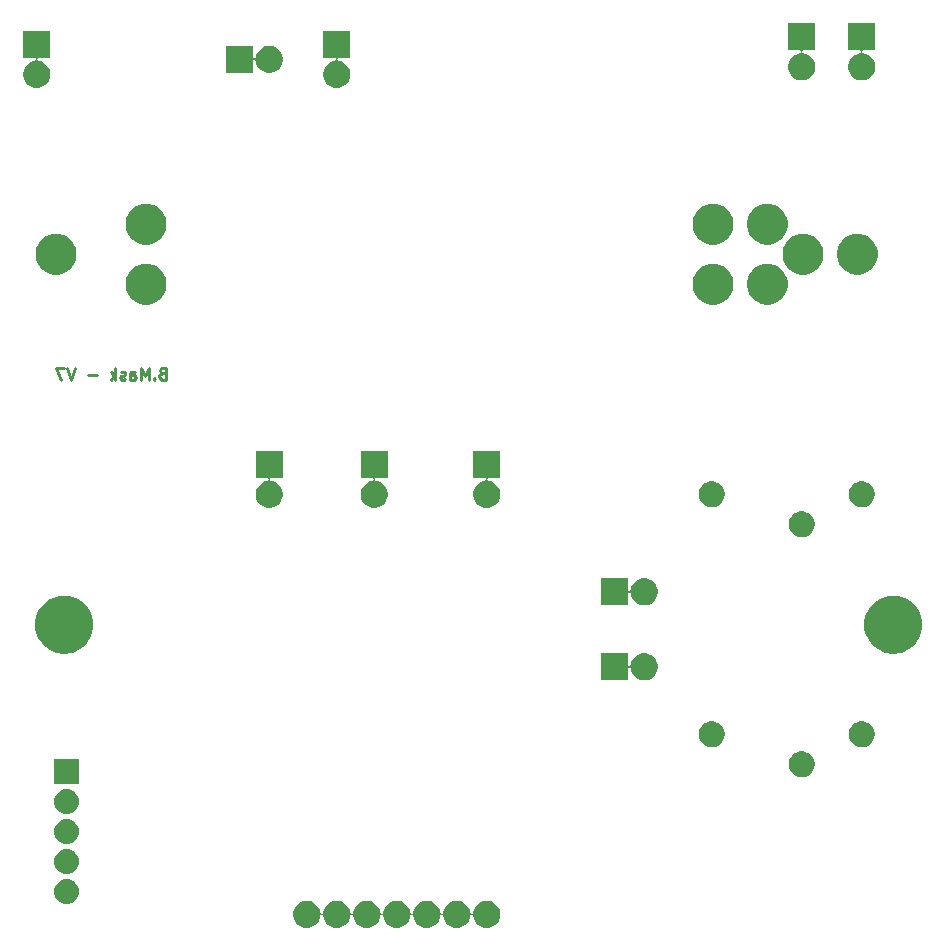
<source format=gbr>
G04 #@! TF.GenerationSoftware,KiCad,Pcbnew,(5.1.0)-1*
G04 #@! TF.CreationDate,2019-08-12T15:22:36+02:00*
G04 #@! TF.ProjectId,LampeSolaire,4c616d70-6553-46f6-9c61-6972652e6b69,7*
G04 #@! TF.SameCoordinates,Original*
G04 #@! TF.FileFunction,Soldermask,Bot*
G04 #@! TF.FilePolarity,Negative*
%FSLAX46Y46*%
G04 Gerber Fmt 4.6, Leading zero omitted, Abs format (unit mm)*
G04 Created by KiCad (PCBNEW (5.1.0)-1) date 2019-08-12 15:22:36*
%MOMM*%
%LPD*%
G04 APERTURE LIST*
%ADD10C,0.250000*%
%ADD11C,0.100000*%
G04 APERTURE END LIST*
D10*
X73215714Y-78718571D02*
X73072857Y-78766190D01*
X73025238Y-78813809D01*
X72977619Y-78909047D01*
X72977619Y-79051904D01*
X73025238Y-79147142D01*
X73072857Y-79194761D01*
X73168095Y-79242380D01*
X73549047Y-79242380D01*
X73549047Y-78242380D01*
X73215714Y-78242380D01*
X73120476Y-78290000D01*
X73072857Y-78337619D01*
X73025238Y-78432857D01*
X73025238Y-78528095D01*
X73072857Y-78623333D01*
X73120476Y-78670952D01*
X73215714Y-78718571D01*
X73549047Y-78718571D01*
X72549047Y-79147142D02*
X72501428Y-79194761D01*
X72549047Y-79242380D01*
X72596666Y-79194761D01*
X72549047Y-79147142D01*
X72549047Y-79242380D01*
X72072857Y-79242380D02*
X72072857Y-78242380D01*
X71739523Y-78956666D01*
X71406190Y-78242380D01*
X71406190Y-79242380D01*
X70501428Y-79242380D02*
X70501428Y-78718571D01*
X70549047Y-78623333D01*
X70644285Y-78575714D01*
X70834761Y-78575714D01*
X70930000Y-78623333D01*
X70501428Y-79194761D02*
X70596666Y-79242380D01*
X70834761Y-79242380D01*
X70930000Y-79194761D01*
X70977619Y-79099523D01*
X70977619Y-79004285D01*
X70930000Y-78909047D01*
X70834761Y-78861428D01*
X70596666Y-78861428D01*
X70501428Y-78813809D01*
X70072857Y-79194761D02*
X69977619Y-79242380D01*
X69787142Y-79242380D01*
X69691904Y-79194761D01*
X69644285Y-79099523D01*
X69644285Y-79051904D01*
X69691904Y-78956666D01*
X69787142Y-78909047D01*
X69930000Y-78909047D01*
X70025238Y-78861428D01*
X70072857Y-78766190D01*
X70072857Y-78718571D01*
X70025238Y-78623333D01*
X69930000Y-78575714D01*
X69787142Y-78575714D01*
X69691904Y-78623333D01*
X69215714Y-79242380D02*
X69215714Y-78242380D01*
X69120476Y-78861428D02*
X68834761Y-79242380D01*
X68834761Y-78575714D02*
X69215714Y-78956666D01*
X67644285Y-78861428D02*
X66882380Y-78861428D01*
X65787142Y-78242380D02*
X65453809Y-79242380D01*
X65120476Y-78242380D01*
X64882380Y-78242380D02*
X64215714Y-78242380D01*
X64644285Y-79242380D01*
D11*
G36*
X85627324Y-123374731D02*
G01*
X85775443Y-123404194D01*
X85948821Y-123476010D01*
X85963929Y-123482268D01*
X85984729Y-123490884D01*
X86173082Y-123616737D01*
X86333263Y-123776918D01*
X86459116Y-123965271D01*
X86545806Y-124174557D01*
X86545806Y-124174559D01*
X86587403Y-124383679D01*
X86594516Y-124407128D01*
X86606067Y-124428739D01*
X86621613Y-124447681D01*
X86640554Y-124463226D01*
X86662165Y-124474777D01*
X86685614Y-124481890D01*
X86710000Y-124484292D01*
X86734386Y-124481890D01*
X86757835Y-124474777D01*
X86779446Y-124463226D01*
X86798388Y-124447680D01*
X86813933Y-124428739D01*
X86825484Y-124407128D01*
X86832597Y-124383679D01*
X86874194Y-124174559D01*
X86874194Y-124174557D01*
X86960884Y-123965271D01*
X87086737Y-123776918D01*
X87246918Y-123616737D01*
X87435271Y-123490884D01*
X87456072Y-123482268D01*
X87471179Y-123476010D01*
X87644557Y-123404194D01*
X87792676Y-123374731D01*
X87866734Y-123360000D01*
X88093266Y-123360000D01*
X88167324Y-123374731D01*
X88315443Y-123404194D01*
X88488821Y-123476010D01*
X88503929Y-123482268D01*
X88524729Y-123490884D01*
X88713082Y-123616737D01*
X88873263Y-123776918D01*
X88999116Y-123965271D01*
X89085806Y-124174557D01*
X89085806Y-124174559D01*
X89127403Y-124383679D01*
X89134516Y-124407128D01*
X89146067Y-124428739D01*
X89161613Y-124447681D01*
X89180554Y-124463226D01*
X89202165Y-124474777D01*
X89225614Y-124481890D01*
X89250000Y-124484292D01*
X89274386Y-124481890D01*
X89297835Y-124474777D01*
X89319446Y-124463226D01*
X89338388Y-124447680D01*
X89353933Y-124428739D01*
X89365484Y-124407128D01*
X89372597Y-124383679D01*
X89414194Y-124174559D01*
X89414194Y-124174557D01*
X89500884Y-123965271D01*
X89626737Y-123776918D01*
X89786918Y-123616737D01*
X89975271Y-123490884D01*
X89996072Y-123482268D01*
X90011179Y-123476010D01*
X90184557Y-123404194D01*
X90332676Y-123374731D01*
X90406734Y-123360000D01*
X90633266Y-123360000D01*
X90707324Y-123374731D01*
X90855443Y-123404194D01*
X91028821Y-123476010D01*
X91043929Y-123482268D01*
X91064729Y-123490884D01*
X91253082Y-123616737D01*
X91413263Y-123776918D01*
X91539116Y-123965271D01*
X91625806Y-124174557D01*
X91625806Y-124174559D01*
X91667403Y-124383679D01*
X91674516Y-124407128D01*
X91686067Y-124428739D01*
X91701613Y-124447681D01*
X91720554Y-124463226D01*
X91742165Y-124474777D01*
X91765614Y-124481890D01*
X91790000Y-124484292D01*
X91814386Y-124481890D01*
X91837835Y-124474777D01*
X91859446Y-124463226D01*
X91878388Y-124447680D01*
X91893933Y-124428739D01*
X91905484Y-124407128D01*
X91912597Y-124383679D01*
X91954194Y-124174559D01*
X91954194Y-124174557D01*
X92040884Y-123965271D01*
X92166737Y-123776918D01*
X92326918Y-123616737D01*
X92515271Y-123490884D01*
X92536072Y-123482268D01*
X92551179Y-123476010D01*
X92724557Y-123404194D01*
X92872676Y-123374731D01*
X92946734Y-123360000D01*
X93173266Y-123360000D01*
X93247324Y-123374731D01*
X93395443Y-123404194D01*
X93568821Y-123476010D01*
X93583929Y-123482268D01*
X93604729Y-123490884D01*
X93793082Y-123616737D01*
X93953263Y-123776918D01*
X94079116Y-123965271D01*
X94165806Y-124174557D01*
X94165806Y-124174559D01*
X94207403Y-124383679D01*
X94214516Y-124407128D01*
X94226067Y-124428739D01*
X94241613Y-124447681D01*
X94260554Y-124463226D01*
X94282165Y-124474777D01*
X94305614Y-124481890D01*
X94330000Y-124484292D01*
X94354386Y-124481890D01*
X94377835Y-124474777D01*
X94399446Y-124463226D01*
X94418388Y-124447680D01*
X94433933Y-124428739D01*
X94445484Y-124407128D01*
X94452597Y-124383679D01*
X94494194Y-124174559D01*
X94494194Y-124174557D01*
X94580884Y-123965271D01*
X94706737Y-123776918D01*
X94866918Y-123616737D01*
X95055271Y-123490884D01*
X95076072Y-123482268D01*
X95091179Y-123476010D01*
X95264557Y-123404194D01*
X95412676Y-123374731D01*
X95486734Y-123360000D01*
X95713266Y-123360000D01*
X95787324Y-123374731D01*
X95935443Y-123404194D01*
X96108821Y-123476010D01*
X96123929Y-123482268D01*
X96144729Y-123490884D01*
X96333082Y-123616737D01*
X96493263Y-123776918D01*
X96619116Y-123965271D01*
X96705806Y-124174557D01*
X96705806Y-124174559D01*
X96747403Y-124383679D01*
X96754516Y-124407128D01*
X96766067Y-124428739D01*
X96781613Y-124447681D01*
X96800554Y-124463226D01*
X96822165Y-124474777D01*
X96845614Y-124481890D01*
X96870000Y-124484292D01*
X96894386Y-124481890D01*
X96917835Y-124474777D01*
X96939446Y-124463226D01*
X96958388Y-124447680D01*
X96973933Y-124428739D01*
X96985484Y-124407128D01*
X96992597Y-124383679D01*
X97034194Y-124174559D01*
X97034194Y-124174557D01*
X97120884Y-123965271D01*
X97246737Y-123776918D01*
X97406918Y-123616737D01*
X97595271Y-123490884D01*
X97616072Y-123482268D01*
X97631179Y-123476010D01*
X97804557Y-123404194D01*
X97952676Y-123374731D01*
X98026734Y-123360000D01*
X98253266Y-123360000D01*
X98327324Y-123374731D01*
X98475443Y-123404194D01*
X98648821Y-123476010D01*
X98663929Y-123482268D01*
X98684729Y-123490884D01*
X98873082Y-123616737D01*
X99033263Y-123776918D01*
X99159116Y-123965271D01*
X99245806Y-124174557D01*
X99245806Y-124174559D01*
X99287403Y-124383679D01*
X99294516Y-124407128D01*
X99306067Y-124428739D01*
X99321613Y-124447681D01*
X99340554Y-124463226D01*
X99362165Y-124474777D01*
X99385614Y-124481890D01*
X99410000Y-124484292D01*
X99434386Y-124481890D01*
X99457835Y-124474777D01*
X99479446Y-124463226D01*
X99498388Y-124447680D01*
X99513933Y-124428739D01*
X99525484Y-124407128D01*
X99532597Y-124383679D01*
X99574194Y-124174559D01*
X99574194Y-124174557D01*
X99660884Y-123965271D01*
X99786737Y-123776918D01*
X99946918Y-123616737D01*
X100135271Y-123490884D01*
X100156072Y-123482268D01*
X100171179Y-123476010D01*
X100344557Y-123404194D01*
X100492676Y-123374731D01*
X100566734Y-123360000D01*
X100793266Y-123360000D01*
X100867324Y-123374731D01*
X101015443Y-123404194D01*
X101188821Y-123476010D01*
X101203929Y-123482268D01*
X101224729Y-123490884D01*
X101413082Y-123616737D01*
X101573263Y-123776918D01*
X101699116Y-123965271D01*
X101785806Y-124174557D01*
X101830000Y-124396735D01*
X101830000Y-124623265D01*
X101785806Y-124845443D01*
X101699116Y-125054729D01*
X101573263Y-125243082D01*
X101413082Y-125403263D01*
X101224729Y-125529116D01*
X101015443Y-125615806D01*
X100867324Y-125645269D01*
X100793266Y-125660000D01*
X100566734Y-125660000D01*
X100492676Y-125645269D01*
X100344557Y-125615806D01*
X100135271Y-125529116D01*
X99946918Y-125403263D01*
X99786737Y-125243082D01*
X99660884Y-125054729D01*
X99574194Y-124845443D01*
X99532597Y-124636321D01*
X99525484Y-124612872D01*
X99513933Y-124591261D01*
X99498387Y-124572319D01*
X99479446Y-124556774D01*
X99457835Y-124545223D01*
X99434386Y-124538110D01*
X99410000Y-124535708D01*
X99385614Y-124538110D01*
X99362165Y-124545223D01*
X99340554Y-124556774D01*
X99321612Y-124572320D01*
X99306067Y-124591261D01*
X99294516Y-124612872D01*
X99287403Y-124636321D01*
X99245806Y-124845443D01*
X99159116Y-125054729D01*
X99033263Y-125243082D01*
X98873082Y-125403263D01*
X98684729Y-125529116D01*
X98475443Y-125615806D01*
X98327324Y-125645269D01*
X98253266Y-125660000D01*
X98026734Y-125660000D01*
X97952676Y-125645269D01*
X97804557Y-125615806D01*
X97595271Y-125529116D01*
X97406918Y-125403263D01*
X97246737Y-125243082D01*
X97120884Y-125054729D01*
X97034194Y-124845443D01*
X96992597Y-124636321D01*
X96985484Y-124612872D01*
X96973933Y-124591261D01*
X96958387Y-124572319D01*
X96939446Y-124556774D01*
X96917835Y-124545223D01*
X96894386Y-124538110D01*
X96870000Y-124535708D01*
X96845614Y-124538110D01*
X96822165Y-124545223D01*
X96800554Y-124556774D01*
X96781612Y-124572320D01*
X96766067Y-124591261D01*
X96754516Y-124612872D01*
X96747403Y-124636321D01*
X96705806Y-124845443D01*
X96619116Y-125054729D01*
X96493263Y-125243082D01*
X96333082Y-125403263D01*
X96144729Y-125529116D01*
X95935443Y-125615806D01*
X95787324Y-125645269D01*
X95713266Y-125660000D01*
X95486734Y-125660000D01*
X95412676Y-125645269D01*
X95264557Y-125615806D01*
X95055271Y-125529116D01*
X94866918Y-125403263D01*
X94706737Y-125243082D01*
X94580884Y-125054729D01*
X94494194Y-124845443D01*
X94452597Y-124636321D01*
X94445484Y-124612872D01*
X94433933Y-124591261D01*
X94418387Y-124572319D01*
X94399446Y-124556774D01*
X94377835Y-124545223D01*
X94354386Y-124538110D01*
X94330000Y-124535708D01*
X94305614Y-124538110D01*
X94282165Y-124545223D01*
X94260554Y-124556774D01*
X94241612Y-124572320D01*
X94226067Y-124591261D01*
X94214516Y-124612872D01*
X94207403Y-124636321D01*
X94165806Y-124845443D01*
X94079116Y-125054729D01*
X93953263Y-125243082D01*
X93793082Y-125403263D01*
X93604729Y-125529116D01*
X93395443Y-125615806D01*
X93247324Y-125645269D01*
X93173266Y-125660000D01*
X92946734Y-125660000D01*
X92872676Y-125645269D01*
X92724557Y-125615806D01*
X92515271Y-125529116D01*
X92326918Y-125403263D01*
X92166737Y-125243082D01*
X92040884Y-125054729D01*
X91954194Y-124845443D01*
X91912597Y-124636321D01*
X91905484Y-124612872D01*
X91893933Y-124591261D01*
X91878387Y-124572319D01*
X91859446Y-124556774D01*
X91837835Y-124545223D01*
X91814386Y-124538110D01*
X91790000Y-124535708D01*
X91765614Y-124538110D01*
X91742165Y-124545223D01*
X91720554Y-124556774D01*
X91701612Y-124572320D01*
X91686067Y-124591261D01*
X91674516Y-124612872D01*
X91667403Y-124636321D01*
X91625806Y-124845443D01*
X91539116Y-125054729D01*
X91413263Y-125243082D01*
X91253082Y-125403263D01*
X91064729Y-125529116D01*
X90855443Y-125615806D01*
X90707324Y-125645269D01*
X90633266Y-125660000D01*
X90406734Y-125660000D01*
X90332676Y-125645269D01*
X90184557Y-125615806D01*
X89975271Y-125529116D01*
X89786918Y-125403263D01*
X89626737Y-125243082D01*
X89500884Y-125054729D01*
X89414194Y-124845443D01*
X89372597Y-124636321D01*
X89365484Y-124612872D01*
X89353933Y-124591261D01*
X89338387Y-124572319D01*
X89319446Y-124556774D01*
X89297835Y-124545223D01*
X89274386Y-124538110D01*
X89250000Y-124535708D01*
X89225614Y-124538110D01*
X89202165Y-124545223D01*
X89180554Y-124556774D01*
X89161612Y-124572320D01*
X89146067Y-124591261D01*
X89134516Y-124612872D01*
X89127403Y-124636321D01*
X89085806Y-124845443D01*
X88999116Y-125054729D01*
X88873263Y-125243082D01*
X88713082Y-125403263D01*
X88524729Y-125529116D01*
X88315443Y-125615806D01*
X88167324Y-125645269D01*
X88093266Y-125660000D01*
X87866734Y-125660000D01*
X87792676Y-125645269D01*
X87644557Y-125615806D01*
X87435271Y-125529116D01*
X87246918Y-125403263D01*
X87086737Y-125243082D01*
X86960884Y-125054729D01*
X86874194Y-124845443D01*
X86832597Y-124636321D01*
X86825484Y-124612872D01*
X86813933Y-124591261D01*
X86798387Y-124572319D01*
X86779446Y-124556774D01*
X86757835Y-124545223D01*
X86734386Y-124538110D01*
X86710000Y-124535708D01*
X86685614Y-124538110D01*
X86662165Y-124545223D01*
X86640554Y-124556774D01*
X86621612Y-124572320D01*
X86606067Y-124591261D01*
X86594516Y-124612872D01*
X86587403Y-124636321D01*
X86545806Y-124845443D01*
X86459116Y-125054729D01*
X86333263Y-125243082D01*
X86173082Y-125403263D01*
X85984729Y-125529116D01*
X85775443Y-125615806D01*
X85627324Y-125645269D01*
X85553266Y-125660000D01*
X85326734Y-125660000D01*
X85252676Y-125645269D01*
X85104557Y-125615806D01*
X84895271Y-125529116D01*
X84706918Y-125403263D01*
X84546737Y-125243082D01*
X84420884Y-125054729D01*
X84334194Y-124845443D01*
X84290000Y-124623265D01*
X84290000Y-124396735D01*
X84334194Y-124174557D01*
X84420884Y-123965271D01*
X84546737Y-123776918D01*
X84706918Y-123616737D01*
X84895271Y-123490884D01*
X84916072Y-123482268D01*
X84931179Y-123476010D01*
X85104557Y-123404194D01*
X85252676Y-123374731D01*
X85326734Y-123360000D01*
X85553266Y-123360000D01*
X85627324Y-123374731D01*
X85627324Y-123374731D01*
G37*
G36*
X65248707Y-121562597D02*
G01*
X65325836Y-121570193D01*
X65523762Y-121630233D01*
X65523765Y-121630234D01*
X65706170Y-121727732D01*
X65866055Y-121858945D01*
X65997268Y-122018830D01*
X66094766Y-122201235D01*
X66094767Y-122201238D01*
X66154807Y-122399164D01*
X66175080Y-122605000D01*
X66154807Y-122810836D01*
X66094767Y-123008762D01*
X66094766Y-123008765D01*
X65997268Y-123191170D01*
X65866055Y-123351055D01*
X65706170Y-123482268D01*
X65523765Y-123579766D01*
X65523762Y-123579767D01*
X65325836Y-123639807D01*
X65248707Y-123647404D01*
X65171580Y-123655000D01*
X65068420Y-123655000D01*
X64991293Y-123647404D01*
X64914164Y-123639807D01*
X64716238Y-123579767D01*
X64716235Y-123579766D01*
X64533830Y-123482268D01*
X64373945Y-123351055D01*
X64242732Y-123191170D01*
X64145234Y-123008765D01*
X64145233Y-123008762D01*
X64085193Y-122810836D01*
X64064920Y-122605000D01*
X64085193Y-122399164D01*
X64145233Y-122201238D01*
X64145234Y-122201235D01*
X64242732Y-122018830D01*
X64373945Y-121858945D01*
X64533830Y-121727732D01*
X64716235Y-121630234D01*
X64716238Y-121630233D01*
X64914164Y-121570193D01*
X64991293Y-121562597D01*
X65068420Y-121555000D01*
X65171580Y-121555000D01*
X65248707Y-121562597D01*
X65248707Y-121562597D01*
G37*
G36*
X65248707Y-119022597D02*
G01*
X65325836Y-119030193D01*
X65523762Y-119090233D01*
X65523765Y-119090234D01*
X65706170Y-119187732D01*
X65866055Y-119318945D01*
X65997268Y-119478830D01*
X66094766Y-119661235D01*
X66094767Y-119661238D01*
X66154807Y-119859164D01*
X66175080Y-120065000D01*
X66154807Y-120270836D01*
X66094767Y-120468762D01*
X66094766Y-120468765D01*
X65997268Y-120651170D01*
X65866055Y-120811055D01*
X65706170Y-120942268D01*
X65523765Y-121039766D01*
X65523762Y-121039767D01*
X65325836Y-121099807D01*
X65248707Y-121107403D01*
X65171580Y-121115000D01*
X65068420Y-121115000D01*
X64991293Y-121107403D01*
X64914164Y-121099807D01*
X64716238Y-121039767D01*
X64716235Y-121039766D01*
X64533830Y-120942268D01*
X64373945Y-120811055D01*
X64242732Y-120651170D01*
X64145234Y-120468765D01*
X64145233Y-120468762D01*
X64085193Y-120270836D01*
X64064920Y-120065000D01*
X64085193Y-119859164D01*
X64145233Y-119661238D01*
X64145234Y-119661235D01*
X64242732Y-119478830D01*
X64373945Y-119318945D01*
X64533830Y-119187732D01*
X64716235Y-119090234D01*
X64716238Y-119090233D01*
X64914164Y-119030193D01*
X64991293Y-119022597D01*
X65068420Y-119015000D01*
X65171580Y-119015000D01*
X65248707Y-119022597D01*
X65248707Y-119022597D01*
G37*
G36*
X65248707Y-116482597D02*
G01*
X65325836Y-116490193D01*
X65523762Y-116550233D01*
X65523765Y-116550234D01*
X65706170Y-116647732D01*
X65866055Y-116778945D01*
X65997268Y-116938830D01*
X66094766Y-117121235D01*
X66094767Y-117121238D01*
X66154807Y-117319164D01*
X66175080Y-117525000D01*
X66154807Y-117730836D01*
X66094767Y-117928762D01*
X66094766Y-117928765D01*
X65997268Y-118111170D01*
X65866055Y-118271055D01*
X65706170Y-118402268D01*
X65523765Y-118499766D01*
X65523762Y-118499767D01*
X65325836Y-118559807D01*
X65248707Y-118567403D01*
X65171580Y-118575000D01*
X65068420Y-118575000D01*
X64991293Y-118567403D01*
X64914164Y-118559807D01*
X64716238Y-118499767D01*
X64716235Y-118499766D01*
X64533830Y-118402268D01*
X64373945Y-118271055D01*
X64242732Y-118111170D01*
X64145234Y-117928765D01*
X64145233Y-117928762D01*
X64085193Y-117730836D01*
X64064920Y-117525000D01*
X64085193Y-117319164D01*
X64145233Y-117121238D01*
X64145234Y-117121235D01*
X64242732Y-116938830D01*
X64373945Y-116778945D01*
X64533830Y-116647732D01*
X64716235Y-116550234D01*
X64716238Y-116550233D01*
X64914164Y-116490193D01*
X64991293Y-116482597D01*
X65068420Y-116475000D01*
X65171580Y-116475000D01*
X65248707Y-116482597D01*
X65248707Y-116482597D01*
G37*
G36*
X65248707Y-113942596D02*
G01*
X65325836Y-113950193D01*
X65523762Y-114010233D01*
X65523765Y-114010234D01*
X65706170Y-114107732D01*
X65866055Y-114238945D01*
X65997268Y-114398830D01*
X66094766Y-114581235D01*
X66094767Y-114581238D01*
X66154807Y-114779164D01*
X66175080Y-114985000D01*
X66154807Y-115190836D01*
X66094767Y-115388762D01*
X66094766Y-115388765D01*
X65997268Y-115571170D01*
X65866055Y-115731055D01*
X65706170Y-115862268D01*
X65523765Y-115959766D01*
X65523762Y-115959767D01*
X65325836Y-116019807D01*
X65248707Y-116027403D01*
X65171580Y-116035000D01*
X65068420Y-116035000D01*
X64991293Y-116027403D01*
X64914164Y-116019807D01*
X64716238Y-115959767D01*
X64716235Y-115959766D01*
X64533830Y-115862268D01*
X64373945Y-115731055D01*
X64242732Y-115571170D01*
X64145234Y-115388765D01*
X64145233Y-115388762D01*
X64085193Y-115190836D01*
X64064920Y-114985000D01*
X64085193Y-114779164D01*
X64145233Y-114581238D01*
X64145234Y-114581235D01*
X64242732Y-114398830D01*
X64373945Y-114238945D01*
X64533830Y-114107732D01*
X64716235Y-114010234D01*
X64716238Y-114010233D01*
X64914164Y-113950193D01*
X64991293Y-113942596D01*
X65068420Y-113935000D01*
X65171580Y-113935000D01*
X65248707Y-113942596D01*
X65248707Y-113942596D01*
G37*
G36*
X66170000Y-113495000D02*
G01*
X64070000Y-113495000D01*
X64070000Y-111395000D01*
X66170000Y-111395000D01*
X66170000Y-113495000D01*
X66170000Y-113495000D01*
G37*
G36*
X127670857Y-110752272D02*
G01*
X127871043Y-110835192D01*
X127871045Y-110835193D01*
X127961738Y-110895792D01*
X128051208Y-110955574D01*
X128204426Y-111108792D01*
X128324808Y-111288957D01*
X128407728Y-111489143D01*
X128450000Y-111701658D01*
X128450000Y-111918342D01*
X128407728Y-112130857D01*
X128324808Y-112331043D01*
X128324807Y-112331045D01*
X128204425Y-112511209D01*
X128051209Y-112664425D01*
X127871045Y-112784807D01*
X127871044Y-112784808D01*
X127871043Y-112784808D01*
X127670857Y-112867728D01*
X127458342Y-112910000D01*
X127241658Y-112910000D01*
X127029143Y-112867728D01*
X126828957Y-112784808D01*
X126828956Y-112784808D01*
X126828955Y-112784807D01*
X126648791Y-112664425D01*
X126495575Y-112511209D01*
X126375193Y-112331045D01*
X126375192Y-112331043D01*
X126292272Y-112130857D01*
X126250000Y-111918342D01*
X126250000Y-111701658D01*
X126292272Y-111489143D01*
X126375192Y-111288957D01*
X126495574Y-111108792D01*
X126648792Y-110955574D01*
X126738262Y-110895792D01*
X126828955Y-110835193D01*
X126828957Y-110835192D01*
X127029143Y-110752272D01*
X127241658Y-110710000D01*
X127458342Y-110710000D01*
X127670857Y-110752272D01*
X127670857Y-110752272D01*
G37*
G36*
X120050857Y-108212272D02*
G01*
X120251043Y-108295192D01*
X120251045Y-108295193D01*
X120341738Y-108355792D01*
X120431208Y-108415574D01*
X120584426Y-108568792D01*
X120704808Y-108748957D01*
X120787728Y-108949143D01*
X120830000Y-109161658D01*
X120830000Y-109378342D01*
X120787728Y-109590857D01*
X120704808Y-109791043D01*
X120704807Y-109791045D01*
X120584425Y-109971209D01*
X120431209Y-110124425D01*
X120251045Y-110244807D01*
X120251044Y-110244808D01*
X120251043Y-110244808D01*
X120050857Y-110327728D01*
X119838342Y-110370000D01*
X119621658Y-110370000D01*
X119409143Y-110327728D01*
X119208957Y-110244808D01*
X119208956Y-110244808D01*
X119208955Y-110244807D01*
X119028791Y-110124425D01*
X118875575Y-109971209D01*
X118755193Y-109791045D01*
X118755192Y-109791043D01*
X118672272Y-109590857D01*
X118630000Y-109378342D01*
X118630000Y-109161658D01*
X118672272Y-108949143D01*
X118755192Y-108748957D01*
X118875574Y-108568792D01*
X119028792Y-108415574D01*
X119118262Y-108355792D01*
X119208955Y-108295193D01*
X119208957Y-108295192D01*
X119409143Y-108212272D01*
X119621658Y-108170000D01*
X119838342Y-108170000D01*
X120050857Y-108212272D01*
X120050857Y-108212272D01*
G37*
G36*
X132750857Y-108212272D02*
G01*
X132951043Y-108295192D01*
X132951045Y-108295193D01*
X133041738Y-108355792D01*
X133131208Y-108415574D01*
X133284426Y-108568792D01*
X133404808Y-108748957D01*
X133487728Y-108949143D01*
X133530000Y-109161658D01*
X133530000Y-109378342D01*
X133487728Y-109590857D01*
X133404808Y-109791043D01*
X133404807Y-109791045D01*
X133284425Y-109971209D01*
X133131209Y-110124425D01*
X132951045Y-110244807D01*
X132951044Y-110244808D01*
X132951043Y-110244808D01*
X132750857Y-110327728D01*
X132538342Y-110370000D01*
X132321658Y-110370000D01*
X132109143Y-110327728D01*
X131908957Y-110244808D01*
X131908956Y-110244808D01*
X131908955Y-110244807D01*
X131728791Y-110124425D01*
X131575575Y-109971209D01*
X131455193Y-109791045D01*
X131455192Y-109791043D01*
X131372272Y-109590857D01*
X131330000Y-109378342D01*
X131330000Y-109161658D01*
X131372272Y-108949143D01*
X131455192Y-108748957D01*
X131575574Y-108568792D01*
X131728792Y-108415574D01*
X131818262Y-108355792D01*
X131908955Y-108295193D01*
X131908957Y-108295192D01*
X132109143Y-108212272D01*
X132321658Y-108170000D01*
X132538342Y-108170000D01*
X132750857Y-108212272D01*
X132750857Y-108212272D01*
G37*
G36*
X112625000Y-103379161D02*
G01*
X112627402Y-103403547D01*
X112634515Y-103426996D01*
X112646066Y-103448607D01*
X112661611Y-103467549D01*
X112680553Y-103483094D01*
X112702164Y-103494645D01*
X112725613Y-103501758D01*
X112749999Y-103504160D01*
X112774385Y-103501758D01*
X112797834Y-103494645D01*
X112819445Y-103483094D01*
X112838387Y-103467549D01*
X112853932Y-103448607D01*
X112865483Y-103426996D01*
X112872596Y-103403547D01*
X112909194Y-103219559D01*
X112909194Y-103219557D01*
X112995884Y-103010271D01*
X113121737Y-102821918D01*
X113281918Y-102661737D01*
X113470271Y-102535884D01*
X113679557Y-102449194D01*
X113827676Y-102419731D01*
X113901734Y-102405000D01*
X114128266Y-102405000D01*
X114202324Y-102419731D01*
X114350443Y-102449194D01*
X114559729Y-102535884D01*
X114748082Y-102661737D01*
X114908263Y-102821918D01*
X115034116Y-103010271D01*
X115120806Y-103219557D01*
X115165000Y-103441735D01*
X115165000Y-103668265D01*
X115120806Y-103890443D01*
X115034116Y-104099729D01*
X114908263Y-104288082D01*
X114748082Y-104448263D01*
X114559729Y-104574116D01*
X114350443Y-104660806D01*
X114202324Y-104690269D01*
X114128266Y-104705000D01*
X113901734Y-104705000D01*
X113827676Y-104690269D01*
X113679557Y-104660806D01*
X113470271Y-104574116D01*
X113281918Y-104448263D01*
X113121737Y-104288082D01*
X112995884Y-104099729D01*
X112909194Y-103890443D01*
X112872596Y-103706453D01*
X112865483Y-103683004D01*
X112853932Y-103661393D01*
X112838386Y-103642451D01*
X112819444Y-103626906D01*
X112797834Y-103615355D01*
X112774385Y-103608242D01*
X112749999Y-103605840D01*
X112725613Y-103608242D01*
X112702164Y-103615355D01*
X112680553Y-103626906D01*
X112661611Y-103642452D01*
X112646066Y-103661394D01*
X112634515Y-103683004D01*
X112627402Y-103706453D01*
X112625000Y-103730839D01*
X112625000Y-104705000D01*
X110325000Y-104705000D01*
X110325000Y-102405000D01*
X112625000Y-102405000D01*
X112625000Y-103379161D01*
X112625000Y-103379161D01*
G37*
G36*
X135499082Y-97581384D02*
G01*
X135814639Y-97644152D01*
X136260510Y-97828838D01*
X136661784Y-98096960D01*
X137003040Y-98438216D01*
X137271162Y-98839490D01*
X137455848Y-99285361D01*
X137550000Y-99758696D01*
X137550000Y-100241304D01*
X137455848Y-100714639D01*
X137271162Y-101160510D01*
X137003040Y-101561784D01*
X136661784Y-101903040D01*
X136260510Y-102171162D01*
X135814639Y-102355848D01*
X135499082Y-102418616D01*
X135341305Y-102450000D01*
X134858695Y-102450000D01*
X134700918Y-102418616D01*
X134385361Y-102355848D01*
X133939490Y-102171162D01*
X133538216Y-101903040D01*
X133196960Y-101561784D01*
X132928838Y-101160510D01*
X132744152Y-100714639D01*
X132650000Y-100241304D01*
X132650000Y-99758696D01*
X132744152Y-99285361D01*
X132928838Y-98839490D01*
X133196960Y-98438216D01*
X133538216Y-98096960D01*
X133939490Y-97828838D01*
X134385361Y-97644152D01*
X134700918Y-97581384D01*
X134858695Y-97550000D01*
X135341305Y-97550000D01*
X135499082Y-97581384D01*
X135499082Y-97581384D01*
G37*
G36*
X65299082Y-97581384D02*
G01*
X65614639Y-97644152D01*
X66060510Y-97828838D01*
X66461784Y-98096960D01*
X66803040Y-98438216D01*
X67071162Y-98839490D01*
X67255848Y-99285361D01*
X67350000Y-99758696D01*
X67350000Y-100241304D01*
X67255848Y-100714639D01*
X67071162Y-101160510D01*
X66803040Y-101561784D01*
X66461784Y-101903040D01*
X66060510Y-102171162D01*
X65614639Y-102355848D01*
X65299082Y-102418616D01*
X65141305Y-102450000D01*
X64658695Y-102450000D01*
X64500918Y-102418616D01*
X64185361Y-102355848D01*
X63739490Y-102171162D01*
X63338216Y-101903040D01*
X62996960Y-101561784D01*
X62728838Y-101160510D01*
X62544152Y-100714639D01*
X62450000Y-100241304D01*
X62450000Y-99758696D01*
X62544152Y-99285361D01*
X62728838Y-98839490D01*
X62996960Y-98438216D01*
X63338216Y-98096960D01*
X63739490Y-97828838D01*
X64185361Y-97644152D01*
X64500918Y-97581384D01*
X64658695Y-97550000D01*
X65141305Y-97550000D01*
X65299082Y-97581384D01*
X65299082Y-97581384D01*
G37*
G36*
X112625000Y-97029161D02*
G01*
X112627402Y-97053547D01*
X112634515Y-97076996D01*
X112646066Y-97098607D01*
X112661611Y-97117549D01*
X112680553Y-97133094D01*
X112702164Y-97144645D01*
X112725613Y-97151758D01*
X112749999Y-97154160D01*
X112774385Y-97151758D01*
X112797834Y-97144645D01*
X112819445Y-97133094D01*
X112838387Y-97117549D01*
X112853932Y-97098607D01*
X112865483Y-97076996D01*
X112872596Y-97053547D01*
X112909194Y-96869559D01*
X112909194Y-96869557D01*
X112995884Y-96660271D01*
X113121737Y-96471918D01*
X113281918Y-96311737D01*
X113470271Y-96185884D01*
X113679557Y-96099194D01*
X113827676Y-96069731D01*
X113901734Y-96055000D01*
X114128266Y-96055000D01*
X114202324Y-96069731D01*
X114350443Y-96099194D01*
X114559729Y-96185884D01*
X114748082Y-96311737D01*
X114908263Y-96471918D01*
X115034116Y-96660271D01*
X115120806Y-96869557D01*
X115165000Y-97091735D01*
X115165000Y-97318265D01*
X115120806Y-97540443D01*
X115034116Y-97749729D01*
X114908263Y-97938082D01*
X114748082Y-98098263D01*
X114559729Y-98224116D01*
X114350443Y-98310806D01*
X114202324Y-98340269D01*
X114128266Y-98355000D01*
X113901734Y-98355000D01*
X113827676Y-98340269D01*
X113679557Y-98310806D01*
X113470271Y-98224116D01*
X113281918Y-98098263D01*
X113121737Y-97938082D01*
X112995884Y-97749729D01*
X112909194Y-97540443D01*
X112872596Y-97356453D01*
X112865483Y-97333004D01*
X112853932Y-97311393D01*
X112838386Y-97292451D01*
X112819444Y-97276906D01*
X112797834Y-97265355D01*
X112774385Y-97258242D01*
X112749999Y-97255840D01*
X112725613Y-97258242D01*
X112702164Y-97265355D01*
X112680553Y-97276906D01*
X112661611Y-97292452D01*
X112646066Y-97311394D01*
X112634515Y-97333004D01*
X112627402Y-97356453D01*
X112625000Y-97380839D01*
X112625000Y-98355000D01*
X110325000Y-98355000D01*
X110325000Y-96055000D01*
X112625000Y-96055000D01*
X112625000Y-97029161D01*
X112625000Y-97029161D01*
G37*
G36*
X127670857Y-90432272D02*
G01*
X127871043Y-90515192D01*
X127871045Y-90515193D01*
X127961738Y-90575792D01*
X128051208Y-90635574D01*
X128204426Y-90788792D01*
X128324808Y-90968957D01*
X128407728Y-91169143D01*
X128450000Y-91381658D01*
X128450000Y-91598342D01*
X128407728Y-91810857D01*
X128324808Y-92011043D01*
X128324807Y-92011045D01*
X128204425Y-92191209D01*
X128051209Y-92344425D01*
X127871045Y-92464807D01*
X127871044Y-92464808D01*
X127871043Y-92464808D01*
X127670857Y-92547728D01*
X127458342Y-92590000D01*
X127241658Y-92590000D01*
X127029143Y-92547728D01*
X126828957Y-92464808D01*
X126828956Y-92464808D01*
X126828955Y-92464807D01*
X126648791Y-92344425D01*
X126495575Y-92191209D01*
X126375193Y-92011045D01*
X126375192Y-92011043D01*
X126292272Y-91810857D01*
X126250000Y-91598342D01*
X126250000Y-91381658D01*
X126292272Y-91169143D01*
X126375192Y-90968957D01*
X126495574Y-90788792D01*
X126648792Y-90635574D01*
X126738262Y-90575792D01*
X126828955Y-90515193D01*
X126828957Y-90515192D01*
X127029143Y-90432272D01*
X127241658Y-90390000D01*
X127458342Y-90390000D01*
X127670857Y-90432272D01*
X127670857Y-90432272D01*
G37*
G36*
X83415000Y-87560000D02*
G01*
X82440839Y-87560000D01*
X82416453Y-87562402D01*
X82393004Y-87569515D01*
X82371393Y-87581066D01*
X82352451Y-87596611D01*
X82336906Y-87615553D01*
X82325355Y-87637164D01*
X82318242Y-87660613D01*
X82315840Y-87684999D01*
X82318242Y-87709385D01*
X82325355Y-87732834D01*
X82336906Y-87754445D01*
X82352451Y-87773387D01*
X82371393Y-87788932D01*
X82393004Y-87800483D01*
X82416454Y-87807596D01*
X82600443Y-87844194D01*
X82809729Y-87930884D01*
X82998082Y-88056737D01*
X83158263Y-88216918D01*
X83284116Y-88405271D01*
X83370806Y-88614557D01*
X83415000Y-88836735D01*
X83415000Y-89063265D01*
X83370806Y-89285443D01*
X83284116Y-89494729D01*
X83158263Y-89683082D01*
X82998082Y-89843263D01*
X82809729Y-89969116D01*
X82600443Y-90055806D01*
X82452324Y-90085269D01*
X82378266Y-90100000D01*
X82151734Y-90100000D01*
X82077676Y-90085269D01*
X81929557Y-90055806D01*
X81720271Y-89969116D01*
X81531918Y-89843263D01*
X81371737Y-89683082D01*
X81245884Y-89494729D01*
X81159194Y-89285443D01*
X81115000Y-89063265D01*
X81115000Y-88836735D01*
X81159194Y-88614557D01*
X81245884Y-88405271D01*
X81371737Y-88216918D01*
X81531918Y-88056737D01*
X81720271Y-87930884D01*
X81929557Y-87844194D01*
X82113546Y-87807596D01*
X82136996Y-87800483D01*
X82158607Y-87788932D01*
X82177549Y-87773386D01*
X82193094Y-87754444D01*
X82204645Y-87732834D01*
X82211758Y-87709385D01*
X82214160Y-87684999D01*
X82211758Y-87660613D01*
X82204645Y-87637164D01*
X82193094Y-87615553D01*
X82177548Y-87596611D01*
X82158606Y-87581066D01*
X82136996Y-87569515D01*
X82113547Y-87562402D01*
X82089161Y-87560000D01*
X81115000Y-87560000D01*
X81115000Y-85260000D01*
X83415000Y-85260000D01*
X83415000Y-87560000D01*
X83415000Y-87560000D01*
G37*
G36*
X92305000Y-87560000D02*
G01*
X91330839Y-87560000D01*
X91306453Y-87562402D01*
X91283004Y-87569515D01*
X91261393Y-87581066D01*
X91242451Y-87596611D01*
X91226906Y-87615553D01*
X91215355Y-87637164D01*
X91208242Y-87660613D01*
X91205840Y-87684999D01*
X91208242Y-87709385D01*
X91215355Y-87732834D01*
X91226906Y-87754445D01*
X91242451Y-87773387D01*
X91261393Y-87788932D01*
X91283004Y-87800483D01*
X91306454Y-87807596D01*
X91490443Y-87844194D01*
X91699729Y-87930884D01*
X91888082Y-88056737D01*
X92048263Y-88216918D01*
X92174116Y-88405271D01*
X92260806Y-88614557D01*
X92305000Y-88836735D01*
X92305000Y-89063265D01*
X92260806Y-89285443D01*
X92174116Y-89494729D01*
X92048263Y-89683082D01*
X91888082Y-89843263D01*
X91699729Y-89969116D01*
X91490443Y-90055806D01*
X91342324Y-90085269D01*
X91268266Y-90100000D01*
X91041734Y-90100000D01*
X90967676Y-90085269D01*
X90819557Y-90055806D01*
X90610271Y-89969116D01*
X90421918Y-89843263D01*
X90261737Y-89683082D01*
X90135884Y-89494729D01*
X90049194Y-89285443D01*
X90005000Y-89063265D01*
X90005000Y-88836735D01*
X90049194Y-88614557D01*
X90135884Y-88405271D01*
X90261737Y-88216918D01*
X90421918Y-88056737D01*
X90610271Y-87930884D01*
X90819557Y-87844194D01*
X91003546Y-87807596D01*
X91026996Y-87800483D01*
X91048607Y-87788932D01*
X91067549Y-87773386D01*
X91083094Y-87754444D01*
X91094645Y-87732834D01*
X91101758Y-87709385D01*
X91104160Y-87684999D01*
X91101758Y-87660613D01*
X91094645Y-87637164D01*
X91083094Y-87615553D01*
X91067548Y-87596611D01*
X91048606Y-87581066D01*
X91026996Y-87569515D01*
X91003547Y-87562402D01*
X90979161Y-87560000D01*
X90005000Y-87560000D01*
X90005000Y-85260000D01*
X92305000Y-85260000D01*
X92305000Y-87560000D01*
X92305000Y-87560000D01*
G37*
G36*
X101830000Y-87560000D02*
G01*
X100855839Y-87560000D01*
X100831453Y-87562402D01*
X100808004Y-87569515D01*
X100786393Y-87581066D01*
X100767451Y-87596611D01*
X100751906Y-87615553D01*
X100740355Y-87637164D01*
X100733242Y-87660613D01*
X100730840Y-87684999D01*
X100733242Y-87709385D01*
X100740355Y-87732834D01*
X100751906Y-87754445D01*
X100767451Y-87773387D01*
X100786393Y-87788932D01*
X100808004Y-87800483D01*
X100831454Y-87807596D01*
X101015443Y-87844194D01*
X101224729Y-87930884D01*
X101413082Y-88056737D01*
X101573263Y-88216918D01*
X101699116Y-88405271D01*
X101785806Y-88614557D01*
X101830000Y-88836735D01*
X101830000Y-89063265D01*
X101785806Y-89285443D01*
X101699116Y-89494729D01*
X101573263Y-89683082D01*
X101413082Y-89843263D01*
X101224729Y-89969116D01*
X101015443Y-90055806D01*
X100867324Y-90085269D01*
X100793266Y-90100000D01*
X100566734Y-90100000D01*
X100492676Y-90085269D01*
X100344557Y-90055806D01*
X100135271Y-89969116D01*
X99946918Y-89843263D01*
X99786737Y-89683082D01*
X99660884Y-89494729D01*
X99574194Y-89285443D01*
X99530000Y-89063265D01*
X99530000Y-88836735D01*
X99574194Y-88614557D01*
X99660884Y-88405271D01*
X99786737Y-88216918D01*
X99946918Y-88056737D01*
X100135271Y-87930884D01*
X100344557Y-87844194D01*
X100528546Y-87807596D01*
X100551996Y-87800483D01*
X100573607Y-87788932D01*
X100592549Y-87773386D01*
X100608094Y-87754444D01*
X100619645Y-87732834D01*
X100626758Y-87709385D01*
X100629160Y-87684999D01*
X100626758Y-87660613D01*
X100619645Y-87637164D01*
X100608094Y-87615553D01*
X100592548Y-87596611D01*
X100573606Y-87581066D01*
X100551996Y-87569515D01*
X100528547Y-87562402D01*
X100504161Y-87560000D01*
X99530000Y-87560000D01*
X99530000Y-85260000D01*
X101830000Y-85260000D01*
X101830000Y-87560000D01*
X101830000Y-87560000D01*
G37*
G36*
X120050857Y-87892272D02*
G01*
X120251043Y-87975192D01*
X120251045Y-87975193D01*
X120341738Y-88035792D01*
X120431208Y-88095574D01*
X120584426Y-88248792D01*
X120704808Y-88428957D01*
X120787728Y-88629143D01*
X120830000Y-88841658D01*
X120830000Y-89058342D01*
X120787728Y-89270857D01*
X120781687Y-89285441D01*
X120704807Y-89471045D01*
X120584425Y-89651209D01*
X120431209Y-89804425D01*
X120251045Y-89924807D01*
X120251044Y-89924808D01*
X120251043Y-89924808D01*
X120050857Y-90007728D01*
X119838342Y-90050000D01*
X119621658Y-90050000D01*
X119409143Y-90007728D01*
X119208957Y-89924808D01*
X119208956Y-89924808D01*
X119208955Y-89924807D01*
X119028791Y-89804425D01*
X118875575Y-89651209D01*
X118755193Y-89471045D01*
X118678313Y-89285441D01*
X118672272Y-89270857D01*
X118630000Y-89058342D01*
X118630000Y-88841658D01*
X118672272Y-88629143D01*
X118755192Y-88428957D01*
X118875574Y-88248792D01*
X119028792Y-88095574D01*
X119118262Y-88035792D01*
X119208955Y-87975193D01*
X119208957Y-87975192D01*
X119409143Y-87892272D01*
X119621658Y-87850000D01*
X119838342Y-87850000D01*
X120050857Y-87892272D01*
X120050857Y-87892272D01*
G37*
G36*
X132750857Y-87892272D02*
G01*
X132951043Y-87975192D01*
X132951045Y-87975193D01*
X133041738Y-88035792D01*
X133131208Y-88095574D01*
X133284426Y-88248792D01*
X133404808Y-88428957D01*
X133487728Y-88629143D01*
X133530000Y-88841658D01*
X133530000Y-89058342D01*
X133487728Y-89270857D01*
X133481687Y-89285441D01*
X133404807Y-89471045D01*
X133284425Y-89651209D01*
X133131209Y-89804425D01*
X132951045Y-89924807D01*
X132951044Y-89924808D01*
X132951043Y-89924808D01*
X132750857Y-90007728D01*
X132538342Y-90050000D01*
X132321658Y-90050000D01*
X132109143Y-90007728D01*
X131908957Y-89924808D01*
X131908956Y-89924808D01*
X131908955Y-89924807D01*
X131728791Y-89804425D01*
X131575575Y-89651209D01*
X131455193Y-89471045D01*
X131378313Y-89285441D01*
X131372272Y-89270857D01*
X131330000Y-89058342D01*
X131330000Y-88841658D01*
X131372272Y-88629143D01*
X131455192Y-88428957D01*
X131575574Y-88248792D01*
X131728792Y-88095574D01*
X131818262Y-88035792D01*
X131908955Y-87975193D01*
X131908957Y-87975192D01*
X132109143Y-87892272D01*
X132321658Y-87850000D01*
X132538342Y-87850000D01*
X132750857Y-87892272D01*
X132750857Y-87892272D01*
G37*
G36*
X124831848Y-69490168D02*
G01*
X124942872Y-69512252D01*
X125072830Y-69566083D01*
X125256619Y-69642210D01*
X125538985Y-69830881D01*
X125779119Y-70071015D01*
X125967790Y-70353381D01*
X126097748Y-70667129D01*
X126164000Y-71000199D01*
X126164000Y-71339801D01*
X126097748Y-71672871D01*
X125967790Y-71986619D01*
X125779119Y-72268985D01*
X125538985Y-72509119D01*
X125256619Y-72697790D01*
X125072830Y-72773917D01*
X124942872Y-72827748D01*
X124831848Y-72849832D01*
X124609801Y-72894000D01*
X124270199Y-72894000D01*
X124048152Y-72849832D01*
X123937128Y-72827748D01*
X123807170Y-72773917D01*
X123623381Y-72697790D01*
X123341015Y-72509119D01*
X123100881Y-72268985D01*
X122912210Y-71986619D01*
X122782252Y-71672871D01*
X122716000Y-71339801D01*
X122716000Y-71000199D01*
X122782252Y-70667129D01*
X122912210Y-70353381D01*
X123100881Y-70071015D01*
X123341015Y-69830881D01*
X123623381Y-69642210D01*
X123807170Y-69566082D01*
X123937128Y-69512252D01*
X124048152Y-69490168D01*
X124270199Y-69446000D01*
X124609801Y-69446000D01*
X124831848Y-69490168D01*
X124831848Y-69490168D01*
G37*
G36*
X72231848Y-69490168D02*
G01*
X72342872Y-69512252D01*
X72472830Y-69566083D01*
X72656619Y-69642210D01*
X72938985Y-69830881D01*
X73179119Y-70071015D01*
X73367790Y-70353381D01*
X73497748Y-70667129D01*
X73564000Y-71000199D01*
X73564000Y-71339801D01*
X73497748Y-71672871D01*
X73367790Y-71986619D01*
X73179119Y-72268985D01*
X72938985Y-72509119D01*
X72656619Y-72697790D01*
X72472830Y-72773917D01*
X72342872Y-72827748D01*
X72231848Y-72849832D01*
X72009801Y-72894000D01*
X71670199Y-72894000D01*
X71448152Y-72849832D01*
X71337128Y-72827748D01*
X71207170Y-72773917D01*
X71023381Y-72697790D01*
X70741015Y-72509119D01*
X70500881Y-72268985D01*
X70312210Y-71986619D01*
X70182252Y-71672871D01*
X70116000Y-71339801D01*
X70116000Y-71000199D01*
X70182252Y-70667129D01*
X70312210Y-70353381D01*
X70500881Y-70071015D01*
X70741015Y-69830881D01*
X71023381Y-69642210D01*
X71207170Y-69566083D01*
X71337128Y-69512252D01*
X71448152Y-69490168D01*
X71670199Y-69446000D01*
X72009801Y-69446000D01*
X72231848Y-69490168D01*
X72231848Y-69490168D01*
G37*
G36*
X120231848Y-69490168D02*
G01*
X120342872Y-69512252D01*
X120472830Y-69566083D01*
X120656619Y-69642210D01*
X120938985Y-69830881D01*
X121179119Y-70071015D01*
X121367790Y-70353381D01*
X121497748Y-70667129D01*
X121564000Y-71000199D01*
X121564000Y-71339801D01*
X121497748Y-71672871D01*
X121367790Y-71986619D01*
X121179119Y-72268985D01*
X120938985Y-72509119D01*
X120656619Y-72697790D01*
X120472830Y-72773917D01*
X120342872Y-72827748D01*
X120231848Y-72849832D01*
X120009801Y-72894000D01*
X119670199Y-72894000D01*
X119448152Y-72849832D01*
X119337128Y-72827748D01*
X119207170Y-72773917D01*
X119023381Y-72697790D01*
X118741015Y-72509119D01*
X118500881Y-72268985D01*
X118312210Y-71986619D01*
X118182252Y-71672871D01*
X118116000Y-71339801D01*
X118116000Y-71000199D01*
X118182252Y-70667129D01*
X118312210Y-70353381D01*
X118500881Y-70071015D01*
X118741015Y-69830881D01*
X119023381Y-69642210D01*
X119207170Y-69566082D01*
X119337128Y-69512252D01*
X119448152Y-69490168D01*
X119670199Y-69446000D01*
X120009801Y-69446000D01*
X120231848Y-69490168D01*
X120231848Y-69490168D01*
G37*
G36*
X132451848Y-66950168D02*
G01*
X132562872Y-66972252D01*
X132692830Y-67026083D01*
X132876619Y-67102210D01*
X133158985Y-67290881D01*
X133399119Y-67531015D01*
X133587790Y-67813381D01*
X133717748Y-68127129D01*
X133784000Y-68460199D01*
X133784000Y-68799801D01*
X133717748Y-69132871D01*
X133587790Y-69446619D01*
X133399119Y-69728985D01*
X133158985Y-69969119D01*
X132876619Y-70157790D01*
X132692830Y-70233917D01*
X132562872Y-70287748D01*
X132451848Y-70309832D01*
X132229801Y-70354000D01*
X131890199Y-70354000D01*
X131668152Y-70309832D01*
X131557128Y-70287748D01*
X131427170Y-70233917D01*
X131243381Y-70157790D01*
X130961015Y-69969119D01*
X130720881Y-69728985D01*
X130532210Y-69446619D01*
X130402252Y-69132871D01*
X130336000Y-68799801D01*
X130336000Y-68460199D01*
X130402252Y-68127129D01*
X130532210Y-67813381D01*
X130720881Y-67531015D01*
X130961015Y-67290881D01*
X131243381Y-67102210D01*
X131427170Y-67026083D01*
X131557128Y-66972252D01*
X131668152Y-66950168D01*
X131890199Y-66906000D01*
X132229801Y-66906000D01*
X132451848Y-66950168D01*
X132451848Y-66950168D01*
G37*
G36*
X64611848Y-66950168D02*
G01*
X64722872Y-66972252D01*
X64852830Y-67026083D01*
X65036619Y-67102210D01*
X65318985Y-67290881D01*
X65559119Y-67531015D01*
X65747790Y-67813381D01*
X65877748Y-68127129D01*
X65944000Y-68460199D01*
X65944000Y-68799801D01*
X65877748Y-69132871D01*
X65747790Y-69446619D01*
X65559119Y-69728985D01*
X65318985Y-69969119D01*
X65036619Y-70157790D01*
X64852830Y-70233917D01*
X64722872Y-70287748D01*
X64611848Y-70309832D01*
X64389801Y-70354000D01*
X64050199Y-70354000D01*
X63828152Y-70309832D01*
X63717128Y-70287748D01*
X63587170Y-70233917D01*
X63403381Y-70157790D01*
X63121015Y-69969119D01*
X62880881Y-69728985D01*
X62692210Y-69446619D01*
X62562252Y-69132871D01*
X62496000Y-68799801D01*
X62496000Y-68460199D01*
X62562252Y-68127129D01*
X62692210Y-67813381D01*
X62880881Y-67531015D01*
X63121015Y-67290881D01*
X63403381Y-67102210D01*
X63587170Y-67026083D01*
X63717128Y-66972252D01*
X63828152Y-66950168D01*
X64050199Y-66906000D01*
X64389801Y-66906000D01*
X64611848Y-66950168D01*
X64611848Y-66950168D01*
G37*
G36*
X127851848Y-66950168D02*
G01*
X127962872Y-66972252D01*
X128092830Y-67026083D01*
X128276619Y-67102210D01*
X128558985Y-67290881D01*
X128799119Y-67531015D01*
X128987790Y-67813381D01*
X129117748Y-68127129D01*
X129184000Y-68460199D01*
X129184000Y-68799801D01*
X129117748Y-69132871D01*
X128987790Y-69446619D01*
X128799119Y-69728985D01*
X128558985Y-69969119D01*
X128276619Y-70157790D01*
X128092830Y-70233917D01*
X127962872Y-70287748D01*
X127851848Y-70309832D01*
X127629801Y-70354000D01*
X127290199Y-70354000D01*
X127068152Y-70309832D01*
X126957128Y-70287748D01*
X126827170Y-70233917D01*
X126643381Y-70157790D01*
X126361015Y-69969119D01*
X126120881Y-69728985D01*
X125932210Y-69446619D01*
X125802252Y-69132871D01*
X125736000Y-68799801D01*
X125736000Y-68460199D01*
X125802252Y-68127129D01*
X125932210Y-67813381D01*
X126120881Y-67531015D01*
X126361015Y-67290881D01*
X126643381Y-67102210D01*
X126827170Y-67026083D01*
X126957128Y-66972252D01*
X127068152Y-66950168D01*
X127290199Y-66906000D01*
X127629801Y-66906000D01*
X127851848Y-66950168D01*
X127851848Y-66950168D01*
G37*
G36*
X124831848Y-64410168D02*
G01*
X124942872Y-64432252D01*
X125072830Y-64486083D01*
X125256619Y-64562210D01*
X125538985Y-64750881D01*
X125779119Y-64991015D01*
X125967790Y-65273381D01*
X126097748Y-65587129D01*
X126164000Y-65920199D01*
X126164000Y-66259801D01*
X126097748Y-66592871D01*
X125967790Y-66906619D01*
X125779119Y-67188985D01*
X125538985Y-67429119D01*
X125256619Y-67617790D01*
X125072830Y-67693918D01*
X124942872Y-67747748D01*
X124831848Y-67769832D01*
X124609801Y-67814000D01*
X124270199Y-67814000D01*
X124048152Y-67769832D01*
X123937128Y-67747748D01*
X123807170Y-67693918D01*
X123623381Y-67617790D01*
X123341015Y-67429119D01*
X123100881Y-67188985D01*
X122912210Y-66906619D01*
X122782252Y-66592871D01*
X122716000Y-66259801D01*
X122716000Y-65920199D01*
X122782252Y-65587129D01*
X122912210Y-65273381D01*
X123100881Y-64991015D01*
X123341015Y-64750881D01*
X123623381Y-64562210D01*
X123807170Y-64486083D01*
X123937128Y-64432252D01*
X124048152Y-64410168D01*
X124270199Y-64366000D01*
X124609801Y-64366000D01*
X124831848Y-64410168D01*
X124831848Y-64410168D01*
G37*
G36*
X120231848Y-64410168D02*
G01*
X120342872Y-64432252D01*
X120472830Y-64486083D01*
X120656619Y-64562210D01*
X120938985Y-64750881D01*
X121179119Y-64991015D01*
X121367790Y-65273381D01*
X121497748Y-65587129D01*
X121564000Y-65920199D01*
X121564000Y-66259801D01*
X121497748Y-66592871D01*
X121367790Y-66906619D01*
X121179119Y-67188985D01*
X120938985Y-67429119D01*
X120656619Y-67617790D01*
X120472830Y-67693918D01*
X120342872Y-67747748D01*
X120231848Y-67769832D01*
X120009801Y-67814000D01*
X119670199Y-67814000D01*
X119448152Y-67769832D01*
X119337128Y-67747748D01*
X119207170Y-67693918D01*
X119023381Y-67617790D01*
X118741015Y-67429119D01*
X118500881Y-67188985D01*
X118312210Y-66906619D01*
X118182252Y-66592871D01*
X118116000Y-66259801D01*
X118116000Y-65920199D01*
X118182252Y-65587129D01*
X118312210Y-65273381D01*
X118500881Y-64991015D01*
X118741015Y-64750881D01*
X119023381Y-64562210D01*
X119207170Y-64486083D01*
X119337128Y-64432252D01*
X119448152Y-64410168D01*
X119670199Y-64366000D01*
X120009801Y-64366000D01*
X120231848Y-64410168D01*
X120231848Y-64410168D01*
G37*
G36*
X72231848Y-64410168D02*
G01*
X72342872Y-64432252D01*
X72472830Y-64486083D01*
X72656619Y-64562210D01*
X72938985Y-64750881D01*
X73179119Y-64991015D01*
X73367790Y-65273381D01*
X73497748Y-65587129D01*
X73564000Y-65920199D01*
X73564000Y-66259801D01*
X73497748Y-66592871D01*
X73367790Y-66906619D01*
X73179119Y-67188985D01*
X72938985Y-67429119D01*
X72656619Y-67617790D01*
X72472830Y-67693918D01*
X72342872Y-67747748D01*
X72231848Y-67769832D01*
X72009801Y-67814000D01*
X71670199Y-67814000D01*
X71448152Y-67769832D01*
X71337128Y-67747748D01*
X71207170Y-67693918D01*
X71023381Y-67617790D01*
X70741015Y-67429119D01*
X70500881Y-67188985D01*
X70312210Y-66906619D01*
X70182252Y-66592871D01*
X70116000Y-66259801D01*
X70116000Y-65920199D01*
X70182252Y-65587129D01*
X70312210Y-65273381D01*
X70500881Y-64991015D01*
X70741015Y-64750881D01*
X71023381Y-64562210D01*
X71207170Y-64486083D01*
X71337128Y-64432252D01*
X71448152Y-64410168D01*
X71670199Y-64366000D01*
X72009801Y-64366000D01*
X72231848Y-64410168D01*
X72231848Y-64410168D01*
G37*
G36*
X89130000Y-52000000D02*
G01*
X88155839Y-52000000D01*
X88131453Y-52002402D01*
X88108004Y-52009515D01*
X88086393Y-52021066D01*
X88067451Y-52036611D01*
X88051906Y-52055553D01*
X88040355Y-52077164D01*
X88033242Y-52100613D01*
X88030840Y-52124999D01*
X88033242Y-52149385D01*
X88040355Y-52172834D01*
X88051906Y-52194445D01*
X88067451Y-52213387D01*
X88086393Y-52228932D01*
X88108004Y-52240483D01*
X88131454Y-52247596D01*
X88315443Y-52284194D01*
X88524729Y-52370884D01*
X88713082Y-52496737D01*
X88873263Y-52656918D01*
X88999116Y-52845271D01*
X88999117Y-52845273D01*
X89008641Y-52868265D01*
X89085806Y-53054557D01*
X89092944Y-53090443D01*
X89128661Y-53270000D01*
X89130000Y-53276735D01*
X89130000Y-53503265D01*
X89085806Y-53725443D01*
X88999116Y-53934729D01*
X88873263Y-54123082D01*
X88713082Y-54283263D01*
X88524729Y-54409116D01*
X88315443Y-54495806D01*
X88167324Y-54525269D01*
X88093266Y-54540000D01*
X87866734Y-54540000D01*
X87792676Y-54525269D01*
X87644557Y-54495806D01*
X87435271Y-54409116D01*
X87246918Y-54283263D01*
X87086737Y-54123082D01*
X86960884Y-53934729D01*
X86874194Y-53725443D01*
X86830000Y-53503265D01*
X86830000Y-53276735D01*
X86831340Y-53270000D01*
X86867056Y-53090443D01*
X86874194Y-53054557D01*
X86951359Y-52868265D01*
X86960883Y-52845273D01*
X86960884Y-52845271D01*
X87086737Y-52656918D01*
X87246918Y-52496737D01*
X87435271Y-52370884D01*
X87644557Y-52284194D01*
X87828546Y-52247596D01*
X87851996Y-52240483D01*
X87873607Y-52228932D01*
X87892549Y-52213386D01*
X87908094Y-52194444D01*
X87919645Y-52172834D01*
X87926758Y-52149385D01*
X87929160Y-52124999D01*
X87926758Y-52100613D01*
X87919645Y-52077164D01*
X87908094Y-52055553D01*
X87892548Y-52036611D01*
X87873606Y-52021066D01*
X87851996Y-52009515D01*
X87828547Y-52002402D01*
X87804161Y-52000000D01*
X86830000Y-52000000D01*
X86830000Y-49700000D01*
X89130000Y-49700000D01*
X89130000Y-52000000D01*
X89130000Y-52000000D01*
G37*
G36*
X63730000Y-52000000D02*
G01*
X62755839Y-52000000D01*
X62731453Y-52002402D01*
X62708004Y-52009515D01*
X62686393Y-52021066D01*
X62667451Y-52036611D01*
X62651906Y-52055553D01*
X62640355Y-52077164D01*
X62633242Y-52100613D01*
X62630840Y-52124999D01*
X62633242Y-52149385D01*
X62640355Y-52172834D01*
X62651906Y-52194445D01*
X62667451Y-52213387D01*
X62686393Y-52228932D01*
X62708004Y-52240483D01*
X62731454Y-52247596D01*
X62915443Y-52284194D01*
X63124729Y-52370884D01*
X63313082Y-52496737D01*
X63473263Y-52656918D01*
X63599116Y-52845271D01*
X63599117Y-52845273D01*
X63608641Y-52868265D01*
X63685806Y-53054557D01*
X63692944Y-53090443D01*
X63728661Y-53270000D01*
X63730000Y-53276735D01*
X63730000Y-53503265D01*
X63685806Y-53725443D01*
X63599116Y-53934729D01*
X63473263Y-54123082D01*
X63313082Y-54283263D01*
X63124729Y-54409116D01*
X62915443Y-54495806D01*
X62767324Y-54525269D01*
X62693266Y-54540000D01*
X62466734Y-54540000D01*
X62392676Y-54525269D01*
X62244557Y-54495806D01*
X62035271Y-54409116D01*
X61846918Y-54283263D01*
X61686737Y-54123082D01*
X61560884Y-53934729D01*
X61474194Y-53725443D01*
X61430000Y-53503265D01*
X61430000Y-53276735D01*
X61431340Y-53270000D01*
X61467056Y-53090443D01*
X61474194Y-53054557D01*
X61551359Y-52868265D01*
X61560883Y-52845273D01*
X61560884Y-52845271D01*
X61686737Y-52656918D01*
X61846918Y-52496737D01*
X62035271Y-52370884D01*
X62244557Y-52284194D01*
X62428546Y-52247596D01*
X62451996Y-52240483D01*
X62473607Y-52228932D01*
X62492549Y-52213386D01*
X62508094Y-52194444D01*
X62519645Y-52172834D01*
X62526758Y-52149385D01*
X62529160Y-52124999D01*
X62526758Y-52100613D01*
X62519645Y-52077164D01*
X62508094Y-52055553D01*
X62492548Y-52036611D01*
X62473606Y-52021066D01*
X62451996Y-52009515D01*
X62428547Y-52002402D01*
X62404161Y-52000000D01*
X61430000Y-52000000D01*
X61430000Y-49700000D01*
X63730000Y-49700000D01*
X63730000Y-52000000D01*
X63730000Y-52000000D01*
G37*
G36*
X133580000Y-51365000D02*
G01*
X132605839Y-51365000D01*
X132581453Y-51367402D01*
X132558004Y-51374515D01*
X132536393Y-51386066D01*
X132517451Y-51401611D01*
X132501906Y-51420553D01*
X132490355Y-51442164D01*
X132483242Y-51465613D01*
X132480840Y-51489999D01*
X132483242Y-51514385D01*
X132490355Y-51537834D01*
X132501906Y-51559445D01*
X132517451Y-51578387D01*
X132536393Y-51593932D01*
X132558004Y-51605483D01*
X132581454Y-51612596D01*
X132765443Y-51649194D01*
X132974729Y-51735884D01*
X133163082Y-51861737D01*
X133323263Y-52021918D01*
X133447232Y-52207452D01*
X133449117Y-52210273D01*
X133456846Y-52228932D01*
X133535806Y-52419557D01*
X133580000Y-52641735D01*
X133580000Y-52868265D01*
X133535806Y-53090443D01*
X133449116Y-53299729D01*
X133323263Y-53488082D01*
X133163082Y-53648263D01*
X132974729Y-53774116D01*
X132765443Y-53860806D01*
X132617324Y-53890269D01*
X132543266Y-53905000D01*
X132316734Y-53905000D01*
X132242676Y-53890269D01*
X132094557Y-53860806D01*
X131885271Y-53774116D01*
X131696918Y-53648263D01*
X131536737Y-53488082D01*
X131410884Y-53299729D01*
X131324194Y-53090443D01*
X131280000Y-52868265D01*
X131280000Y-52641735D01*
X131324194Y-52419557D01*
X131403154Y-52228932D01*
X131410883Y-52210273D01*
X131412768Y-52207452D01*
X131536737Y-52021918D01*
X131696918Y-51861737D01*
X131885271Y-51735884D01*
X132094557Y-51649194D01*
X132278546Y-51612596D01*
X132301996Y-51605483D01*
X132323607Y-51593932D01*
X132342549Y-51578386D01*
X132358094Y-51559444D01*
X132369645Y-51537834D01*
X132376758Y-51514385D01*
X132379160Y-51489999D01*
X132376758Y-51465613D01*
X132369645Y-51442164D01*
X132358094Y-51420553D01*
X132342548Y-51401611D01*
X132323606Y-51386066D01*
X132301996Y-51374515D01*
X132278547Y-51367402D01*
X132254161Y-51365000D01*
X131280000Y-51365000D01*
X131280000Y-49065000D01*
X133580000Y-49065000D01*
X133580000Y-51365000D01*
X133580000Y-51365000D01*
G37*
G36*
X128500000Y-51365000D02*
G01*
X127525839Y-51365000D01*
X127501453Y-51367402D01*
X127478004Y-51374515D01*
X127456393Y-51386066D01*
X127437451Y-51401611D01*
X127421906Y-51420553D01*
X127410355Y-51442164D01*
X127403242Y-51465613D01*
X127400840Y-51489999D01*
X127403242Y-51514385D01*
X127410355Y-51537834D01*
X127421906Y-51559445D01*
X127437451Y-51578387D01*
X127456393Y-51593932D01*
X127478004Y-51605483D01*
X127501454Y-51612596D01*
X127685443Y-51649194D01*
X127894729Y-51735884D01*
X128083082Y-51861737D01*
X128243263Y-52021918D01*
X128367232Y-52207452D01*
X128369117Y-52210273D01*
X128376846Y-52228932D01*
X128455806Y-52419557D01*
X128500000Y-52641735D01*
X128500000Y-52868265D01*
X128455806Y-53090443D01*
X128369116Y-53299729D01*
X128243263Y-53488082D01*
X128083082Y-53648263D01*
X127894729Y-53774116D01*
X127685443Y-53860806D01*
X127537324Y-53890269D01*
X127463266Y-53905000D01*
X127236734Y-53905000D01*
X127162676Y-53890269D01*
X127014557Y-53860806D01*
X126805271Y-53774116D01*
X126616918Y-53648263D01*
X126456737Y-53488082D01*
X126330884Y-53299729D01*
X126244194Y-53090443D01*
X126200000Y-52868265D01*
X126200000Y-52641735D01*
X126244194Y-52419557D01*
X126323154Y-52228932D01*
X126330883Y-52210273D01*
X126332768Y-52207452D01*
X126456737Y-52021918D01*
X126616918Y-51861737D01*
X126805271Y-51735884D01*
X127014557Y-51649194D01*
X127198546Y-51612596D01*
X127221996Y-51605483D01*
X127243607Y-51593932D01*
X127262549Y-51578386D01*
X127278094Y-51559444D01*
X127289645Y-51537834D01*
X127296758Y-51514385D01*
X127299160Y-51489999D01*
X127296758Y-51465613D01*
X127289645Y-51442164D01*
X127278094Y-51420553D01*
X127262548Y-51401611D01*
X127243606Y-51386066D01*
X127221996Y-51374515D01*
X127198547Y-51367402D01*
X127174161Y-51365000D01*
X126200000Y-51365000D01*
X126200000Y-49065000D01*
X128500000Y-49065000D01*
X128500000Y-51365000D01*
X128500000Y-51365000D01*
G37*
G36*
X80875000Y-51944161D02*
G01*
X80877402Y-51968547D01*
X80884515Y-51991996D01*
X80896066Y-52013607D01*
X80911611Y-52032549D01*
X80930553Y-52048094D01*
X80952164Y-52059645D01*
X80975613Y-52066758D01*
X80999999Y-52069160D01*
X81024385Y-52066758D01*
X81047834Y-52059645D01*
X81069445Y-52048094D01*
X81088387Y-52032549D01*
X81103932Y-52013607D01*
X81115483Y-51991996D01*
X81122596Y-51968547D01*
X81159194Y-51784559D01*
X81159194Y-51784557D01*
X81245884Y-51575271D01*
X81371737Y-51386918D01*
X81531918Y-51226737D01*
X81720271Y-51100884D01*
X81929557Y-51014194D01*
X82077676Y-50984731D01*
X82151734Y-50970000D01*
X82378266Y-50970000D01*
X82452324Y-50984731D01*
X82600443Y-51014194D01*
X82809729Y-51100884D01*
X82998082Y-51226737D01*
X83158263Y-51386918D01*
X83284116Y-51575271D01*
X83370806Y-51784557D01*
X83370806Y-51784559D01*
X83415000Y-52006734D01*
X83415000Y-52233266D01*
X83412068Y-52248004D01*
X83370806Y-52455443D01*
X83353701Y-52496737D01*
X83287352Y-52656918D01*
X83284116Y-52664729D01*
X83158263Y-52853082D01*
X82998082Y-53013263D01*
X82809729Y-53139116D01*
X82600443Y-53225806D01*
X82452324Y-53255269D01*
X82378266Y-53270000D01*
X82151734Y-53270000D01*
X82077676Y-53255269D01*
X81929557Y-53225806D01*
X81720271Y-53139116D01*
X81531918Y-53013263D01*
X81371737Y-52853082D01*
X81245884Y-52664729D01*
X81242649Y-52656918D01*
X81176299Y-52496737D01*
X81159194Y-52455443D01*
X81122596Y-52271453D01*
X81115483Y-52248004D01*
X81103932Y-52226393D01*
X81088386Y-52207451D01*
X81069444Y-52191906D01*
X81047834Y-52180355D01*
X81024385Y-52173242D01*
X80999999Y-52170840D01*
X80975613Y-52173242D01*
X80952164Y-52180355D01*
X80930553Y-52191906D01*
X80911611Y-52207452D01*
X80896066Y-52226394D01*
X80884515Y-52248004D01*
X80877402Y-52271453D01*
X80875000Y-52295839D01*
X80875000Y-53270000D01*
X78575000Y-53270000D01*
X78575000Y-50970000D01*
X80875000Y-50970000D01*
X80875000Y-51944161D01*
X80875000Y-51944161D01*
G37*
M02*

</source>
